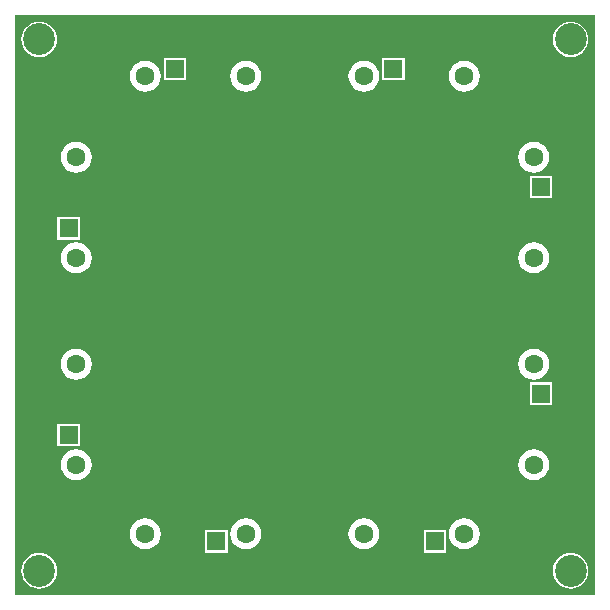
<source format=gbl>
G04*
G04 #@! TF.GenerationSoftware,Altium Limited,Altium Designer,18.1.9 (240)*
G04*
G04 Layer_Physical_Order=2*
G04 Layer_Color=16711680*
%FSLAX25Y25*%
%MOIN*%
G70*
G01*
G75*
%ADD21R,0.06299X0.06299*%
%ADD22C,0.06299*%
%ADD23R,0.06299X0.06299*%
%ADD24C,0.10630*%
%ADD25C,0.02362*%
G36*
X195219Y195219D02*
Y1631D01*
X1631Y1631D01*
X1631Y195219D01*
X195219Y195219D01*
D02*
G37*
%LPC*%
G36*
X187008Y192951D02*
X185848Y192837D01*
X184733Y192499D01*
X183706Y191950D01*
X182805Y191211D01*
X182066Y190310D01*
X181517Y189282D01*
X181178Y188167D01*
X181064Y187008D01*
X181178Y185848D01*
X181517Y184733D01*
X182066Y183706D01*
X182805Y182805D01*
X183706Y182066D01*
X184733Y181517D01*
X185848Y181178D01*
X187008Y181064D01*
X188167Y181178D01*
X189282Y181517D01*
X190310Y182066D01*
X191211Y182805D01*
X191950Y183706D01*
X192499Y184733D01*
X192837Y185848D01*
X192951Y187008D01*
X192837Y188167D01*
X192499Y189282D01*
X191950Y190310D01*
X191211Y191211D01*
X190310Y191950D01*
X189282Y192499D01*
X188167Y192837D01*
X187008Y192951D01*
D02*
G37*
G36*
X9843D02*
X8683Y192837D01*
X7568Y192499D01*
X6540Y191950D01*
X5640Y191211D01*
X4901Y190310D01*
X4351Y189282D01*
X4013Y188167D01*
X3899Y187008D01*
X4013Y185848D01*
X4351Y184733D01*
X4901Y183706D01*
X5640Y182805D01*
X6540Y182066D01*
X7568Y181517D01*
X8683Y181178D01*
X9843Y181064D01*
X11002Y181178D01*
X12117Y181517D01*
X13145Y182066D01*
X14045Y182805D01*
X14784Y183706D01*
X15334Y184733D01*
X15672Y185848D01*
X15786Y187008D01*
X15672Y188167D01*
X15334Y189282D01*
X14784Y190310D01*
X14045Y191211D01*
X13145Y191950D01*
X12117Y192499D01*
X11002Y192837D01*
X9843Y192951D01*
D02*
G37*
G36*
X131702Y180915D02*
X124203D01*
Y173416D01*
X131702D01*
Y180915D01*
D02*
G37*
G36*
X58868D02*
X51368D01*
Y173416D01*
X58868D01*
Y180915D01*
D02*
G37*
G36*
X151575Y179857D02*
X150236Y179681D01*
X148989Y179164D01*
X147918Y178342D01*
X147096Y177271D01*
X146579Y176024D01*
X146403Y174685D01*
X146579Y173346D01*
X147096Y172099D01*
X147918Y171028D01*
X148989Y170206D01*
X150236Y169690D01*
X151575Y169513D01*
X152913Y169690D01*
X154161Y170206D01*
X155232Y171028D01*
X156054Y172099D01*
X156570Y173346D01*
X156747Y174685D01*
X156570Y176024D01*
X156054Y177271D01*
X155232Y178342D01*
X154161Y179164D01*
X152913Y179681D01*
X151575Y179857D01*
D02*
G37*
G36*
X118110D02*
X116772Y179681D01*
X115524Y179164D01*
X114453Y178342D01*
X113631Y177271D01*
X113115Y176024D01*
X112938Y174685D01*
X113115Y173346D01*
X113631Y172099D01*
X114453Y171028D01*
X115524Y170206D01*
X116772Y169690D01*
X118110Y169513D01*
X119449Y169690D01*
X120696Y170206D01*
X121767Y171028D01*
X122589Y172099D01*
X123106Y173346D01*
X123282Y174685D01*
X123106Y176024D01*
X122589Y177271D01*
X121767Y178342D01*
X120696Y179164D01*
X119449Y179681D01*
X118110Y179857D01*
D02*
G37*
G36*
X78740D02*
X77402Y179681D01*
X76154Y179164D01*
X75083Y178342D01*
X74261Y177271D01*
X73745Y176024D01*
X73568Y174685D01*
X73745Y173346D01*
X74261Y172099D01*
X75083Y171028D01*
X76154Y170206D01*
X77402Y169690D01*
X78740Y169513D01*
X80079Y169690D01*
X81326Y170206D01*
X82397Y171028D01*
X83219Y172099D01*
X83736Y173346D01*
X83912Y174685D01*
X83736Y176024D01*
X83219Y177271D01*
X82397Y178342D01*
X81326Y179164D01*
X80079Y179681D01*
X78740Y179857D01*
D02*
G37*
G36*
X45276D02*
X43937Y179681D01*
X42690Y179164D01*
X41619Y178342D01*
X40797Y177271D01*
X40280Y176024D01*
X40104Y174685D01*
X40280Y173346D01*
X40797Y172099D01*
X41619Y171028D01*
X42690Y170206D01*
X43937Y169690D01*
X45276Y169513D01*
X46614Y169690D01*
X47861Y170206D01*
X48933Y171028D01*
X49755Y172099D01*
X50271Y173346D01*
X50447Y174685D01*
X50271Y176024D01*
X49755Y177271D01*
X48933Y178342D01*
X47861Y179164D01*
X46614Y179681D01*
X45276Y179857D01*
D02*
G37*
G36*
X174685Y152810D02*
X173346Y152633D01*
X172099Y152117D01*
X171028Y151295D01*
X170206Y150224D01*
X169690Y148976D01*
X169513Y147638D01*
X169690Y146299D01*
X170206Y145052D01*
X171028Y143981D01*
X172099Y143159D01*
X173346Y142642D01*
X174685Y142466D01*
X176024Y142642D01*
X177271Y143159D01*
X178342Y143981D01*
X179164Y145052D01*
X179681Y146299D01*
X179857Y147638D01*
X179681Y148976D01*
X179164Y150224D01*
X178342Y151295D01*
X177271Y152117D01*
X176024Y152633D01*
X174685Y152810D01*
D02*
G37*
G36*
X22165D02*
X20827Y152633D01*
X19579Y152117D01*
X18508Y151295D01*
X17686Y150224D01*
X17170Y148976D01*
X16994Y147638D01*
X17170Y146299D01*
X17686Y145052D01*
X18508Y143981D01*
X19579Y143159D01*
X20827Y142642D01*
X22165Y142466D01*
X23504Y142642D01*
X24751Y143159D01*
X25822Y143981D01*
X26644Y145052D01*
X27161Y146299D01*
X27337Y147638D01*
X27161Y148976D01*
X26644Y150224D01*
X25822Y151295D01*
X24751Y152117D01*
X23504Y152633D01*
X22165Y152810D01*
D02*
G37*
G36*
X180915Y141545D02*
X173416D01*
Y134046D01*
X180915D01*
Y141545D01*
D02*
G37*
G36*
X23435Y127765D02*
X15935D01*
Y120266D01*
X23435D01*
Y127765D01*
D02*
G37*
G36*
X174685Y119345D02*
X173346Y119169D01*
X172099Y118652D01*
X171028Y117830D01*
X170206Y116759D01*
X169690Y115512D01*
X169513Y114173D01*
X169690Y112835D01*
X170206Y111587D01*
X171028Y110516D01*
X172099Y109694D01*
X173346Y109178D01*
X174685Y109001D01*
X176024Y109178D01*
X177271Y109694D01*
X178342Y110516D01*
X179164Y111587D01*
X179681Y112835D01*
X179857Y114173D01*
X179681Y115512D01*
X179164Y116759D01*
X178342Y117830D01*
X177271Y118652D01*
X176024Y119169D01*
X174685Y119345D01*
D02*
G37*
G36*
X22165D02*
X20827Y119169D01*
X19579Y118652D01*
X18508Y117830D01*
X17686Y116759D01*
X17170Y115512D01*
X16994Y114173D01*
X17170Y112835D01*
X17686Y111587D01*
X18508Y110516D01*
X19579Y109694D01*
X20827Y109178D01*
X22165Y109001D01*
X23504Y109178D01*
X24751Y109694D01*
X25822Y110516D01*
X26644Y111587D01*
X27161Y112835D01*
X27337Y114173D01*
X27161Y115512D01*
X26644Y116759D01*
X25822Y117830D01*
X24751Y118652D01*
X23504Y119169D01*
X22165Y119345D01*
D02*
G37*
G36*
X174685Y83912D02*
X173346Y83736D01*
X172099Y83219D01*
X171028Y82397D01*
X170206Y81326D01*
X169690Y80079D01*
X169513Y78740D01*
X169690Y77402D01*
X170206Y76154D01*
X171028Y75083D01*
X172099Y74261D01*
X173346Y73745D01*
X174685Y73568D01*
X176024Y73745D01*
X177271Y74261D01*
X178342Y75083D01*
X179164Y76154D01*
X179681Y77402D01*
X179857Y78740D01*
X179681Y80079D01*
X179164Y81326D01*
X178342Y82397D01*
X177271Y83219D01*
X176024Y83736D01*
X174685Y83912D01*
D02*
G37*
G36*
X22165D02*
X20827Y83736D01*
X19579Y83219D01*
X18508Y82397D01*
X17686Y81326D01*
X17170Y80079D01*
X16994Y78740D01*
X17170Y77402D01*
X17686Y76154D01*
X18508Y75083D01*
X19579Y74261D01*
X20827Y73745D01*
X22165Y73568D01*
X23504Y73745D01*
X24751Y74261D01*
X25822Y75083D01*
X26644Y76154D01*
X27161Y77402D01*
X27337Y78740D01*
X27161Y80079D01*
X26644Y81326D01*
X25822Y82397D01*
X24751Y83219D01*
X23504Y83736D01*
X22165Y83912D01*
D02*
G37*
G36*
X180915Y72647D02*
X173416D01*
Y65148D01*
X180915D01*
Y72647D01*
D02*
G37*
G36*
X23435Y58868D02*
X15935D01*
Y51368D01*
X23435D01*
Y58868D01*
D02*
G37*
G36*
X174685Y50447D02*
X173346Y50271D01*
X172099Y49755D01*
X171028Y48933D01*
X170206Y47861D01*
X169690Y46614D01*
X169513Y45276D01*
X169690Y43937D01*
X170206Y42690D01*
X171028Y41619D01*
X172099Y40797D01*
X173346Y40280D01*
X174685Y40104D01*
X176024Y40280D01*
X177271Y40797D01*
X178342Y41619D01*
X179164Y42690D01*
X179681Y43937D01*
X179857Y45276D01*
X179681Y46614D01*
X179164Y47861D01*
X178342Y48933D01*
X177271Y49755D01*
X176024Y50271D01*
X174685Y50447D01*
D02*
G37*
G36*
X22165D02*
X20827Y50271D01*
X19579Y49755D01*
X18508Y48933D01*
X17686Y47861D01*
X17170Y46614D01*
X16994Y45276D01*
X17170Y43937D01*
X17686Y42690D01*
X18508Y41619D01*
X19579Y40797D01*
X20827Y40280D01*
X22165Y40104D01*
X23504Y40280D01*
X24751Y40797D01*
X25822Y41619D01*
X26644Y42690D01*
X27161Y43937D01*
X27337Y45276D01*
X27161Y46614D01*
X26644Y47861D01*
X25822Y48933D01*
X24751Y49755D01*
X23504Y50271D01*
X22165Y50447D01*
D02*
G37*
G36*
X151575Y27337D02*
X150236Y27161D01*
X148989Y26644D01*
X147918Y25822D01*
X147096Y24751D01*
X146579Y23504D01*
X146403Y22165D01*
X146579Y20827D01*
X147096Y19579D01*
X147918Y18508D01*
X148989Y17686D01*
X150236Y17170D01*
X151575Y16994D01*
X152913Y17170D01*
X154161Y17686D01*
X155232Y18508D01*
X156054Y19579D01*
X156570Y20827D01*
X156747Y22165D01*
X156570Y23504D01*
X156054Y24751D01*
X155232Y25822D01*
X154161Y26644D01*
X152913Y27161D01*
X151575Y27337D01*
D02*
G37*
G36*
X118110D02*
X116772Y27161D01*
X115524Y26644D01*
X114453Y25822D01*
X113631Y24751D01*
X113115Y23504D01*
X112938Y22165D01*
X113115Y20827D01*
X113631Y19579D01*
X114453Y18508D01*
X115524Y17686D01*
X116772Y17170D01*
X118110Y16994D01*
X119449Y17170D01*
X120696Y17686D01*
X121767Y18508D01*
X122589Y19579D01*
X123106Y20827D01*
X123282Y22165D01*
X123106Y23504D01*
X122589Y24751D01*
X121767Y25822D01*
X120696Y26644D01*
X119449Y27161D01*
X118110Y27337D01*
D02*
G37*
G36*
X78740D02*
X77402Y27161D01*
X76154Y26644D01*
X75083Y25822D01*
X74261Y24751D01*
X73745Y23504D01*
X73568Y22165D01*
X73745Y20827D01*
X74261Y19579D01*
X75083Y18508D01*
X76154Y17686D01*
X77402Y17170D01*
X78740Y16994D01*
X80079Y17170D01*
X81326Y17686D01*
X82397Y18508D01*
X83219Y19579D01*
X83736Y20827D01*
X83912Y22165D01*
X83736Y23504D01*
X83219Y24751D01*
X82397Y25822D01*
X81326Y26644D01*
X80079Y27161D01*
X78740Y27337D01*
D02*
G37*
G36*
X45276D02*
X43937Y27161D01*
X42690Y26644D01*
X41619Y25822D01*
X40797Y24751D01*
X40280Y23504D01*
X40104Y22165D01*
X40280Y20827D01*
X40797Y19579D01*
X41619Y18508D01*
X42690Y17686D01*
X43937Y17170D01*
X45276Y16994D01*
X46614Y17170D01*
X47861Y17686D01*
X48933Y18508D01*
X49755Y19579D01*
X50271Y20827D01*
X50447Y22165D01*
X50271Y23504D01*
X49755Y24751D01*
X48933Y25822D01*
X47861Y26644D01*
X46614Y27161D01*
X45276Y27337D01*
D02*
G37*
G36*
X145482Y23435D02*
X137983D01*
Y15935D01*
X145482D01*
Y23435D01*
D02*
G37*
G36*
X72647D02*
X65148D01*
Y15935D01*
X72647D01*
Y23435D01*
D02*
G37*
G36*
X187008Y15786D02*
X185848Y15672D01*
X184733Y15334D01*
X183706Y14784D01*
X182805Y14045D01*
X182066Y13145D01*
X181517Y12117D01*
X181178Y11002D01*
X181064Y9843D01*
X181178Y8683D01*
X181517Y7568D01*
X182066Y6540D01*
X182805Y5640D01*
X183706Y4901D01*
X184733Y4351D01*
X185848Y4013D01*
X187008Y3899D01*
X188167Y4013D01*
X189282Y4351D01*
X190310Y4901D01*
X191211Y5640D01*
X191950Y6540D01*
X192499Y7568D01*
X192837Y8683D01*
X192951Y9843D01*
X192837Y11002D01*
X192499Y12117D01*
X191950Y13145D01*
X191211Y14045D01*
X190310Y14784D01*
X189282Y15334D01*
X188167Y15672D01*
X187008Y15786D01*
D02*
G37*
G36*
X9843D02*
X8683Y15672D01*
X7568Y15334D01*
X6540Y14784D01*
X5640Y14045D01*
X4901Y13145D01*
X4351Y12117D01*
X4013Y11002D01*
X3899Y9843D01*
X4013Y8683D01*
X4351Y7568D01*
X4901Y6540D01*
X5640Y5640D01*
X6540Y4901D01*
X7568Y4351D01*
X8683Y4013D01*
X9843Y3899D01*
X11002Y4013D01*
X12117Y4351D01*
X13145Y4901D01*
X14045Y5640D01*
X14784Y6540D01*
X15334Y7568D01*
X15672Y8683D01*
X15786Y9843D01*
X15672Y11002D01*
X15334Y12117D01*
X14784Y13145D01*
X14045Y14045D01*
X13145Y14784D01*
X12117Y15334D01*
X11002Y15672D01*
X9843Y15786D01*
D02*
G37*
%LPD*%
D21*
X19685Y124016D02*
D03*
X177165Y68898D02*
D03*
Y137795D02*
D03*
X19685Y55118D02*
D03*
D22*
Y137795D02*
D03*
X22165Y114173D02*
D03*
Y147638D02*
D03*
X177165Y55118D02*
D03*
X174685Y78740D02*
D03*
Y45276D02*
D03*
X177165Y124016D02*
D03*
X174685Y147638D02*
D03*
Y114173D02*
D03*
X141732Y177165D02*
D03*
X118110Y174685D02*
D03*
X151575D02*
D03*
X68898Y177165D02*
D03*
X45276Y174685D02*
D03*
X78740D02*
D03*
X127953Y19685D02*
D03*
X151575Y22165D02*
D03*
X118110D02*
D03*
X55118Y19685D02*
D03*
X78740Y22165D02*
D03*
X45276D02*
D03*
X19685Y68898D02*
D03*
X22165Y45276D02*
D03*
Y78740D02*
D03*
D23*
X127953Y177165D02*
D03*
X55118D02*
D03*
X141732Y19685D02*
D03*
X68898D02*
D03*
D24*
X9843Y187008D02*
D03*
X187008D02*
D03*
Y9843D02*
D03*
X9843D02*
D03*
D25*
X47665Y55315D02*
D03*
M02*

</source>
